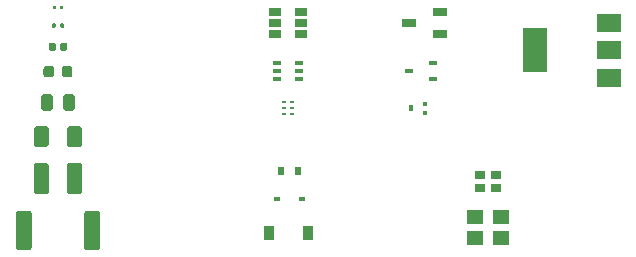
<source format=gtp>
G04 #@! TF.GenerationSoftware,KiCad,Pcbnew,(5.1.5)-3*
G04 #@! TF.CreationDate,2020-07-10T10:41:28+02:00*
G04 #@! TF.ProjectId,pcb_ruler,7063625f-7275-46c6-9572-2e6b69636164,rev?*
G04 #@! TF.SameCoordinates,Original*
G04 #@! TF.FileFunction,Paste,Top*
G04 #@! TF.FilePolarity,Positive*
%FSLAX46Y46*%
G04 Gerber Fmt 4.6, Leading zero omitted, Abs format (unit mm)*
G04 Created by KiCad (PCBNEW (5.1.5)-3) date 2020-07-10 10:41:28*
%MOMM*%
%LPD*%
G04 APERTURE LIST*
%ADD10R,1.400000X1.200000*%
%ADD11R,0.900000X0.800000*%
%ADD12R,0.330000X0.270000*%
%ADD13R,0.450000X0.500000*%
%ADD14R,0.450000X0.400000*%
%ADD15R,0.600000X0.700000*%
%ADD16R,0.600000X0.450000*%
%ADD17R,0.900000X1.200000*%
%ADD18R,2.000000X1.500000*%
%ADD19R,2.000000X3.800000*%
%ADD20R,0.700000X0.450000*%
%ADD21R,0.650000X0.400000*%
%ADD22R,1.060000X0.650000*%
%ADD23R,1.220000X0.650000*%
%ADD24C,0.100000*%
G04 APERTURE END LIST*
D10*
X182300000Y-130350000D03*
X184500000Y-130350000D03*
X184500000Y-132050000D03*
X182300000Y-132050000D03*
D11*
X182700000Y-126750000D03*
X184100000Y-126750000D03*
X184100000Y-127850000D03*
X182700000Y-127850000D03*
D12*
X166840000Y-120600000D03*
X166840000Y-121100000D03*
X166840000Y-121600000D03*
X166160000Y-121600000D03*
X166160000Y-121100000D03*
X166160000Y-120600000D03*
D13*
X176925000Y-121100000D03*
D14*
X178075000Y-120700000D03*
X178075000Y-121500000D03*
D15*
X165900000Y-126400000D03*
X167300000Y-126400000D03*
D16*
X167650000Y-128800000D03*
X165550000Y-128800000D03*
D17*
X168150000Y-131700000D03*
X164850000Y-131700000D03*
D18*
X193650000Y-118500000D03*
X193650000Y-113900000D03*
X193650000Y-116200000D03*
D19*
X187350000Y-116200000D03*
D20*
X176750000Y-117950000D03*
X178750000Y-117300000D03*
X178750000Y-118600000D03*
D21*
X167450000Y-117300000D03*
X167450000Y-118600000D03*
X165550000Y-117950000D03*
X167450000Y-117950000D03*
X165550000Y-118600000D03*
X165550000Y-117300000D03*
D22*
X167600000Y-113900000D03*
X167600000Y-112950000D03*
X167600000Y-114850000D03*
X165400000Y-114850000D03*
X165400000Y-113900000D03*
X165400000Y-112950000D03*
D23*
X176690000Y-113900000D03*
X179310000Y-112950000D03*
X179310000Y-114850000D03*
D24*
G36*
X148205142Y-119901174D02*
G01*
X148228803Y-119904684D01*
X148252007Y-119910496D01*
X148274529Y-119918554D01*
X148296153Y-119928782D01*
X148316670Y-119941079D01*
X148335883Y-119955329D01*
X148353607Y-119971393D01*
X148369671Y-119989117D01*
X148383921Y-120008330D01*
X148396218Y-120028847D01*
X148406446Y-120050471D01*
X148414504Y-120072993D01*
X148420316Y-120096197D01*
X148423826Y-120119858D01*
X148425000Y-120143750D01*
X148425000Y-121056250D01*
X148423826Y-121080142D01*
X148420316Y-121103803D01*
X148414504Y-121127007D01*
X148406446Y-121149529D01*
X148396218Y-121171153D01*
X148383921Y-121191670D01*
X148369671Y-121210883D01*
X148353607Y-121228607D01*
X148335883Y-121244671D01*
X148316670Y-121258921D01*
X148296153Y-121271218D01*
X148274529Y-121281446D01*
X148252007Y-121289504D01*
X148228803Y-121295316D01*
X148205142Y-121298826D01*
X148181250Y-121300000D01*
X147693750Y-121300000D01*
X147669858Y-121298826D01*
X147646197Y-121295316D01*
X147622993Y-121289504D01*
X147600471Y-121281446D01*
X147578847Y-121271218D01*
X147558330Y-121258921D01*
X147539117Y-121244671D01*
X147521393Y-121228607D01*
X147505329Y-121210883D01*
X147491079Y-121191670D01*
X147478782Y-121171153D01*
X147468554Y-121149529D01*
X147460496Y-121127007D01*
X147454684Y-121103803D01*
X147451174Y-121080142D01*
X147450000Y-121056250D01*
X147450000Y-120143750D01*
X147451174Y-120119858D01*
X147454684Y-120096197D01*
X147460496Y-120072993D01*
X147468554Y-120050471D01*
X147478782Y-120028847D01*
X147491079Y-120008330D01*
X147505329Y-119989117D01*
X147521393Y-119971393D01*
X147539117Y-119955329D01*
X147558330Y-119941079D01*
X147578847Y-119928782D01*
X147600471Y-119918554D01*
X147622993Y-119910496D01*
X147646197Y-119904684D01*
X147669858Y-119901174D01*
X147693750Y-119900000D01*
X148181250Y-119900000D01*
X148205142Y-119901174D01*
G37*
G36*
X146330142Y-119901174D02*
G01*
X146353803Y-119904684D01*
X146377007Y-119910496D01*
X146399529Y-119918554D01*
X146421153Y-119928782D01*
X146441670Y-119941079D01*
X146460883Y-119955329D01*
X146478607Y-119971393D01*
X146494671Y-119989117D01*
X146508921Y-120008330D01*
X146521218Y-120028847D01*
X146531446Y-120050471D01*
X146539504Y-120072993D01*
X146545316Y-120096197D01*
X146548826Y-120119858D01*
X146550000Y-120143750D01*
X146550000Y-121056250D01*
X146548826Y-121080142D01*
X146545316Y-121103803D01*
X146539504Y-121127007D01*
X146531446Y-121149529D01*
X146521218Y-121171153D01*
X146508921Y-121191670D01*
X146494671Y-121210883D01*
X146478607Y-121228607D01*
X146460883Y-121244671D01*
X146441670Y-121258921D01*
X146421153Y-121271218D01*
X146399529Y-121281446D01*
X146377007Y-121289504D01*
X146353803Y-121295316D01*
X146330142Y-121298826D01*
X146306250Y-121300000D01*
X145818750Y-121300000D01*
X145794858Y-121298826D01*
X145771197Y-121295316D01*
X145747993Y-121289504D01*
X145725471Y-121281446D01*
X145703847Y-121271218D01*
X145683330Y-121258921D01*
X145664117Y-121244671D01*
X145646393Y-121228607D01*
X145630329Y-121210883D01*
X145616079Y-121191670D01*
X145603782Y-121171153D01*
X145593554Y-121149529D01*
X145585496Y-121127007D01*
X145579684Y-121103803D01*
X145576174Y-121080142D01*
X145575000Y-121056250D01*
X145575000Y-120143750D01*
X145576174Y-120119858D01*
X145579684Y-120096197D01*
X145585496Y-120072993D01*
X145593554Y-120050471D01*
X145603782Y-120028847D01*
X145616079Y-120008330D01*
X145630329Y-119989117D01*
X145646393Y-119971393D01*
X145664117Y-119955329D01*
X145683330Y-119941079D01*
X145703847Y-119928782D01*
X145725471Y-119918554D01*
X145747993Y-119910496D01*
X145771197Y-119904684D01*
X145794858Y-119901174D01*
X145818750Y-119900000D01*
X146306250Y-119900000D01*
X146330142Y-119901174D01*
G37*
G36*
X148799504Y-122626204D02*
G01*
X148823773Y-122629804D01*
X148847571Y-122635765D01*
X148870671Y-122644030D01*
X148892849Y-122654520D01*
X148913893Y-122667133D01*
X148933598Y-122681747D01*
X148951777Y-122698223D01*
X148968253Y-122716402D01*
X148982867Y-122736107D01*
X148995480Y-122757151D01*
X149005970Y-122779329D01*
X149014235Y-122802429D01*
X149020196Y-122826227D01*
X149023796Y-122850496D01*
X149025000Y-122875000D01*
X149025000Y-124125000D01*
X149023796Y-124149504D01*
X149020196Y-124173773D01*
X149014235Y-124197571D01*
X149005970Y-124220671D01*
X148995480Y-124242849D01*
X148982867Y-124263893D01*
X148968253Y-124283598D01*
X148951777Y-124301777D01*
X148933598Y-124318253D01*
X148913893Y-124332867D01*
X148892849Y-124345480D01*
X148870671Y-124355970D01*
X148847571Y-124364235D01*
X148823773Y-124370196D01*
X148799504Y-124373796D01*
X148775000Y-124375000D01*
X148025000Y-124375000D01*
X148000496Y-124373796D01*
X147976227Y-124370196D01*
X147952429Y-124364235D01*
X147929329Y-124355970D01*
X147907151Y-124345480D01*
X147886107Y-124332867D01*
X147866402Y-124318253D01*
X147848223Y-124301777D01*
X147831747Y-124283598D01*
X147817133Y-124263893D01*
X147804520Y-124242849D01*
X147794030Y-124220671D01*
X147785765Y-124197571D01*
X147779804Y-124173773D01*
X147776204Y-124149504D01*
X147775000Y-124125000D01*
X147775000Y-122875000D01*
X147776204Y-122850496D01*
X147779804Y-122826227D01*
X147785765Y-122802429D01*
X147794030Y-122779329D01*
X147804520Y-122757151D01*
X147817133Y-122736107D01*
X147831747Y-122716402D01*
X147848223Y-122698223D01*
X147866402Y-122681747D01*
X147886107Y-122667133D01*
X147907151Y-122654520D01*
X147929329Y-122644030D01*
X147952429Y-122635765D01*
X147976227Y-122629804D01*
X148000496Y-122626204D01*
X148025000Y-122625000D01*
X148775000Y-122625000D01*
X148799504Y-122626204D01*
G37*
G36*
X145999504Y-122626204D02*
G01*
X146023773Y-122629804D01*
X146047571Y-122635765D01*
X146070671Y-122644030D01*
X146092849Y-122654520D01*
X146113893Y-122667133D01*
X146133598Y-122681747D01*
X146151777Y-122698223D01*
X146168253Y-122716402D01*
X146182867Y-122736107D01*
X146195480Y-122757151D01*
X146205970Y-122779329D01*
X146214235Y-122802429D01*
X146220196Y-122826227D01*
X146223796Y-122850496D01*
X146225000Y-122875000D01*
X146225000Y-124125000D01*
X146223796Y-124149504D01*
X146220196Y-124173773D01*
X146214235Y-124197571D01*
X146205970Y-124220671D01*
X146195480Y-124242849D01*
X146182867Y-124263893D01*
X146168253Y-124283598D01*
X146151777Y-124301777D01*
X146133598Y-124318253D01*
X146113893Y-124332867D01*
X146092849Y-124345480D01*
X146070671Y-124355970D01*
X146047571Y-124364235D01*
X146023773Y-124370196D01*
X145999504Y-124373796D01*
X145975000Y-124375000D01*
X145225000Y-124375000D01*
X145200496Y-124373796D01*
X145176227Y-124370196D01*
X145152429Y-124364235D01*
X145129329Y-124355970D01*
X145107151Y-124345480D01*
X145086107Y-124332867D01*
X145066402Y-124318253D01*
X145048223Y-124301777D01*
X145031747Y-124283598D01*
X145017133Y-124263893D01*
X145004520Y-124242849D01*
X144994030Y-124220671D01*
X144985765Y-124197571D01*
X144979804Y-124173773D01*
X144976204Y-124149504D01*
X144975000Y-124125000D01*
X144975000Y-122875000D01*
X144976204Y-122850496D01*
X144979804Y-122826227D01*
X144985765Y-122802429D01*
X144994030Y-122779329D01*
X145004520Y-122757151D01*
X145017133Y-122736107D01*
X145031747Y-122716402D01*
X145048223Y-122698223D01*
X145066402Y-122681747D01*
X145086107Y-122667133D01*
X145107151Y-122654520D01*
X145129329Y-122644030D01*
X145152429Y-122635765D01*
X145176227Y-122629804D01*
X145200496Y-122626204D01*
X145225000Y-122625000D01*
X145975000Y-122625000D01*
X145999504Y-122626204D01*
G37*
G36*
X150349505Y-129776204D02*
G01*
X150373773Y-129779804D01*
X150397572Y-129785765D01*
X150420671Y-129794030D01*
X150442850Y-129804520D01*
X150463893Y-129817132D01*
X150483599Y-129831747D01*
X150501777Y-129848223D01*
X150518253Y-129866401D01*
X150532868Y-129886107D01*
X150545480Y-129907150D01*
X150555970Y-129929329D01*
X150564235Y-129952428D01*
X150570196Y-129976227D01*
X150573796Y-130000495D01*
X150575000Y-130024999D01*
X150575000Y-132875001D01*
X150573796Y-132899505D01*
X150570196Y-132923773D01*
X150564235Y-132947572D01*
X150555970Y-132970671D01*
X150545480Y-132992850D01*
X150532868Y-133013893D01*
X150518253Y-133033599D01*
X150501777Y-133051777D01*
X150483599Y-133068253D01*
X150463893Y-133082868D01*
X150442850Y-133095480D01*
X150420671Y-133105970D01*
X150397572Y-133114235D01*
X150373773Y-133120196D01*
X150349505Y-133123796D01*
X150325001Y-133125000D01*
X149474999Y-133125000D01*
X149450495Y-133123796D01*
X149426227Y-133120196D01*
X149402428Y-133114235D01*
X149379329Y-133105970D01*
X149357150Y-133095480D01*
X149336107Y-133082868D01*
X149316401Y-133068253D01*
X149298223Y-133051777D01*
X149281747Y-133033599D01*
X149267132Y-133013893D01*
X149254520Y-132992850D01*
X149244030Y-132970671D01*
X149235765Y-132947572D01*
X149229804Y-132923773D01*
X149226204Y-132899505D01*
X149225000Y-132875001D01*
X149225000Y-130024999D01*
X149226204Y-130000495D01*
X149229804Y-129976227D01*
X149235765Y-129952428D01*
X149244030Y-129929329D01*
X149254520Y-129907150D01*
X149267132Y-129886107D01*
X149281747Y-129866401D01*
X149298223Y-129848223D01*
X149316401Y-129831747D01*
X149336107Y-129817132D01*
X149357150Y-129804520D01*
X149379329Y-129794030D01*
X149402428Y-129785765D01*
X149426227Y-129779804D01*
X149450495Y-129776204D01*
X149474999Y-129775000D01*
X150325001Y-129775000D01*
X150349505Y-129776204D01*
G37*
G36*
X144549505Y-129776204D02*
G01*
X144573773Y-129779804D01*
X144597572Y-129785765D01*
X144620671Y-129794030D01*
X144642850Y-129804520D01*
X144663893Y-129817132D01*
X144683599Y-129831747D01*
X144701777Y-129848223D01*
X144718253Y-129866401D01*
X144732868Y-129886107D01*
X144745480Y-129907150D01*
X144755970Y-129929329D01*
X144764235Y-129952428D01*
X144770196Y-129976227D01*
X144773796Y-130000495D01*
X144775000Y-130024999D01*
X144775000Y-132875001D01*
X144773796Y-132899505D01*
X144770196Y-132923773D01*
X144764235Y-132947572D01*
X144755970Y-132970671D01*
X144745480Y-132992850D01*
X144732868Y-133013893D01*
X144718253Y-133033599D01*
X144701777Y-133051777D01*
X144683599Y-133068253D01*
X144663893Y-133082868D01*
X144642850Y-133095480D01*
X144620671Y-133105970D01*
X144597572Y-133114235D01*
X144573773Y-133120196D01*
X144549505Y-133123796D01*
X144525001Y-133125000D01*
X143674999Y-133125000D01*
X143650495Y-133123796D01*
X143626227Y-133120196D01*
X143602428Y-133114235D01*
X143579329Y-133105970D01*
X143557150Y-133095480D01*
X143536107Y-133082868D01*
X143516401Y-133068253D01*
X143498223Y-133051777D01*
X143481747Y-133033599D01*
X143467132Y-133013893D01*
X143454520Y-132992850D01*
X143444030Y-132970671D01*
X143435765Y-132947572D01*
X143429804Y-132923773D01*
X143426204Y-132899505D01*
X143425000Y-132875001D01*
X143425000Y-130024999D01*
X143426204Y-130000495D01*
X143429804Y-129976227D01*
X143435765Y-129952428D01*
X143444030Y-129929329D01*
X143454520Y-129907150D01*
X143467132Y-129886107D01*
X143481747Y-129866401D01*
X143498223Y-129848223D01*
X143516401Y-129831747D01*
X143536107Y-129817132D01*
X143557150Y-129804520D01*
X143579329Y-129794030D01*
X143602428Y-129785765D01*
X143626227Y-129779804D01*
X143650495Y-129776204D01*
X143674999Y-129775000D01*
X144525001Y-129775000D01*
X144549505Y-129776204D01*
G37*
G36*
X148799504Y-125726204D02*
G01*
X148823773Y-125729804D01*
X148847571Y-125735765D01*
X148870671Y-125744030D01*
X148892849Y-125754520D01*
X148913893Y-125767133D01*
X148933598Y-125781747D01*
X148951777Y-125798223D01*
X148968253Y-125816402D01*
X148982867Y-125836107D01*
X148995480Y-125857151D01*
X149005970Y-125879329D01*
X149014235Y-125902429D01*
X149020196Y-125926227D01*
X149023796Y-125950496D01*
X149025000Y-125975000D01*
X149025000Y-128125000D01*
X149023796Y-128149504D01*
X149020196Y-128173773D01*
X149014235Y-128197571D01*
X149005970Y-128220671D01*
X148995480Y-128242849D01*
X148982867Y-128263893D01*
X148968253Y-128283598D01*
X148951777Y-128301777D01*
X148933598Y-128318253D01*
X148913893Y-128332867D01*
X148892849Y-128345480D01*
X148870671Y-128355970D01*
X148847571Y-128364235D01*
X148823773Y-128370196D01*
X148799504Y-128373796D01*
X148775000Y-128375000D01*
X148025000Y-128375000D01*
X148000496Y-128373796D01*
X147976227Y-128370196D01*
X147952429Y-128364235D01*
X147929329Y-128355970D01*
X147907151Y-128345480D01*
X147886107Y-128332867D01*
X147866402Y-128318253D01*
X147848223Y-128301777D01*
X147831747Y-128283598D01*
X147817133Y-128263893D01*
X147804520Y-128242849D01*
X147794030Y-128220671D01*
X147785765Y-128197571D01*
X147779804Y-128173773D01*
X147776204Y-128149504D01*
X147775000Y-128125000D01*
X147775000Y-125975000D01*
X147776204Y-125950496D01*
X147779804Y-125926227D01*
X147785765Y-125902429D01*
X147794030Y-125879329D01*
X147804520Y-125857151D01*
X147817133Y-125836107D01*
X147831747Y-125816402D01*
X147848223Y-125798223D01*
X147866402Y-125781747D01*
X147886107Y-125767133D01*
X147907151Y-125754520D01*
X147929329Y-125744030D01*
X147952429Y-125735765D01*
X147976227Y-125729804D01*
X148000496Y-125726204D01*
X148025000Y-125725000D01*
X148775000Y-125725000D01*
X148799504Y-125726204D01*
G37*
G36*
X145999504Y-125726204D02*
G01*
X146023773Y-125729804D01*
X146047571Y-125735765D01*
X146070671Y-125744030D01*
X146092849Y-125754520D01*
X146113893Y-125767133D01*
X146133598Y-125781747D01*
X146151777Y-125798223D01*
X146168253Y-125816402D01*
X146182867Y-125836107D01*
X146195480Y-125857151D01*
X146205970Y-125879329D01*
X146214235Y-125902429D01*
X146220196Y-125926227D01*
X146223796Y-125950496D01*
X146225000Y-125975000D01*
X146225000Y-128125000D01*
X146223796Y-128149504D01*
X146220196Y-128173773D01*
X146214235Y-128197571D01*
X146205970Y-128220671D01*
X146195480Y-128242849D01*
X146182867Y-128263893D01*
X146168253Y-128283598D01*
X146151777Y-128301777D01*
X146133598Y-128318253D01*
X146113893Y-128332867D01*
X146092849Y-128345480D01*
X146070671Y-128355970D01*
X146047571Y-128364235D01*
X146023773Y-128370196D01*
X145999504Y-128373796D01*
X145975000Y-128375000D01*
X145225000Y-128375000D01*
X145200496Y-128373796D01*
X145176227Y-128370196D01*
X145152429Y-128364235D01*
X145129329Y-128355970D01*
X145107151Y-128345480D01*
X145086107Y-128332867D01*
X145066402Y-128318253D01*
X145048223Y-128301777D01*
X145031747Y-128283598D01*
X145017133Y-128263893D01*
X145004520Y-128242849D01*
X144994030Y-128220671D01*
X144985765Y-128197571D01*
X144979804Y-128173773D01*
X144976204Y-128149504D01*
X144975000Y-128125000D01*
X144975000Y-125975000D01*
X144976204Y-125950496D01*
X144979804Y-125926227D01*
X144985765Y-125902429D01*
X144994030Y-125879329D01*
X145004520Y-125857151D01*
X145017133Y-125836107D01*
X145031747Y-125816402D01*
X145048223Y-125798223D01*
X145066402Y-125781747D01*
X145086107Y-125767133D01*
X145107151Y-125754520D01*
X145129329Y-125744030D01*
X145152429Y-125735765D01*
X145176227Y-125729804D01*
X145200496Y-125726204D01*
X145225000Y-125725000D01*
X145975000Y-125725000D01*
X145999504Y-125726204D01*
G37*
G36*
X148027691Y-117526053D02*
G01*
X148048926Y-117529203D01*
X148069750Y-117534419D01*
X148089962Y-117541651D01*
X148109368Y-117550830D01*
X148127781Y-117561866D01*
X148145024Y-117574654D01*
X148160930Y-117589070D01*
X148175346Y-117604976D01*
X148188134Y-117622219D01*
X148199170Y-117640632D01*
X148208349Y-117660038D01*
X148215581Y-117680250D01*
X148220797Y-117701074D01*
X148223947Y-117722309D01*
X148225000Y-117743750D01*
X148225000Y-118256250D01*
X148223947Y-118277691D01*
X148220797Y-118298926D01*
X148215581Y-118319750D01*
X148208349Y-118339962D01*
X148199170Y-118359368D01*
X148188134Y-118377781D01*
X148175346Y-118395024D01*
X148160930Y-118410930D01*
X148145024Y-118425346D01*
X148127781Y-118438134D01*
X148109368Y-118449170D01*
X148089962Y-118458349D01*
X148069750Y-118465581D01*
X148048926Y-118470797D01*
X148027691Y-118473947D01*
X148006250Y-118475000D01*
X147568750Y-118475000D01*
X147547309Y-118473947D01*
X147526074Y-118470797D01*
X147505250Y-118465581D01*
X147485038Y-118458349D01*
X147465632Y-118449170D01*
X147447219Y-118438134D01*
X147429976Y-118425346D01*
X147414070Y-118410930D01*
X147399654Y-118395024D01*
X147386866Y-118377781D01*
X147375830Y-118359368D01*
X147366651Y-118339962D01*
X147359419Y-118319750D01*
X147354203Y-118298926D01*
X147351053Y-118277691D01*
X147350000Y-118256250D01*
X147350000Y-117743750D01*
X147351053Y-117722309D01*
X147354203Y-117701074D01*
X147359419Y-117680250D01*
X147366651Y-117660038D01*
X147375830Y-117640632D01*
X147386866Y-117622219D01*
X147399654Y-117604976D01*
X147414070Y-117589070D01*
X147429976Y-117574654D01*
X147447219Y-117561866D01*
X147465632Y-117550830D01*
X147485038Y-117541651D01*
X147505250Y-117534419D01*
X147526074Y-117529203D01*
X147547309Y-117526053D01*
X147568750Y-117525000D01*
X148006250Y-117525000D01*
X148027691Y-117526053D01*
G37*
G36*
X146452691Y-117526053D02*
G01*
X146473926Y-117529203D01*
X146494750Y-117534419D01*
X146514962Y-117541651D01*
X146534368Y-117550830D01*
X146552781Y-117561866D01*
X146570024Y-117574654D01*
X146585930Y-117589070D01*
X146600346Y-117604976D01*
X146613134Y-117622219D01*
X146624170Y-117640632D01*
X146633349Y-117660038D01*
X146640581Y-117680250D01*
X146645797Y-117701074D01*
X146648947Y-117722309D01*
X146650000Y-117743750D01*
X146650000Y-118256250D01*
X146648947Y-118277691D01*
X146645797Y-118298926D01*
X146640581Y-118319750D01*
X146633349Y-118339962D01*
X146624170Y-118359368D01*
X146613134Y-118377781D01*
X146600346Y-118395024D01*
X146585930Y-118410930D01*
X146570024Y-118425346D01*
X146552781Y-118438134D01*
X146534368Y-118449170D01*
X146514962Y-118458349D01*
X146494750Y-118465581D01*
X146473926Y-118470797D01*
X146452691Y-118473947D01*
X146431250Y-118475000D01*
X145993750Y-118475000D01*
X145972309Y-118473947D01*
X145951074Y-118470797D01*
X145930250Y-118465581D01*
X145910038Y-118458349D01*
X145890632Y-118449170D01*
X145872219Y-118438134D01*
X145854976Y-118425346D01*
X145839070Y-118410930D01*
X145824654Y-118395024D01*
X145811866Y-118377781D01*
X145800830Y-118359368D01*
X145791651Y-118339962D01*
X145784419Y-118319750D01*
X145779203Y-118298926D01*
X145776053Y-118277691D01*
X145775000Y-118256250D01*
X145775000Y-117743750D01*
X145776053Y-117722309D01*
X145779203Y-117701074D01*
X145784419Y-117680250D01*
X145791651Y-117660038D01*
X145800830Y-117640632D01*
X145811866Y-117622219D01*
X145824654Y-117604976D01*
X145839070Y-117589070D01*
X145854976Y-117574654D01*
X145872219Y-117561866D01*
X145890632Y-117550830D01*
X145910038Y-117541651D01*
X145930250Y-117534419D01*
X145951074Y-117529203D01*
X145972309Y-117526053D01*
X145993750Y-117525000D01*
X146431250Y-117525000D01*
X146452691Y-117526053D01*
G37*
G36*
X147349116Y-112465325D02*
G01*
X147355669Y-112466297D01*
X147362094Y-112467907D01*
X147368331Y-112470138D01*
X147374319Y-112472970D01*
X147380001Y-112476376D01*
X147385322Y-112480322D01*
X147390230Y-112484770D01*
X147394678Y-112489678D01*
X147398624Y-112494999D01*
X147402030Y-112500681D01*
X147404862Y-112506669D01*
X147407093Y-112512906D01*
X147408703Y-112519331D01*
X147409675Y-112525884D01*
X147410000Y-112532500D01*
X147410000Y-112667500D01*
X147409675Y-112674116D01*
X147408703Y-112680669D01*
X147407093Y-112687094D01*
X147404862Y-112693331D01*
X147402030Y-112699319D01*
X147398624Y-112705001D01*
X147394678Y-112710322D01*
X147390230Y-112715230D01*
X147385322Y-112719678D01*
X147380001Y-112723624D01*
X147374319Y-112727030D01*
X147368331Y-112729862D01*
X147362094Y-112732093D01*
X147355669Y-112733703D01*
X147349116Y-112734675D01*
X147342500Y-112735000D01*
X147207500Y-112735000D01*
X147200884Y-112734675D01*
X147194331Y-112733703D01*
X147187906Y-112732093D01*
X147181669Y-112729862D01*
X147175681Y-112727030D01*
X147169999Y-112723624D01*
X147164678Y-112719678D01*
X147159770Y-112715230D01*
X147155322Y-112710322D01*
X147151376Y-112705001D01*
X147147970Y-112699319D01*
X147145138Y-112693331D01*
X147142907Y-112687094D01*
X147141297Y-112680669D01*
X147140325Y-112674116D01*
X147140000Y-112667500D01*
X147140000Y-112532500D01*
X147140325Y-112525884D01*
X147141297Y-112519331D01*
X147142907Y-112512906D01*
X147145138Y-112506669D01*
X147147970Y-112500681D01*
X147151376Y-112494999D01*
X147155322Y-112489678D01*
X147159770Y-112484770D01*
X147164678Y-112480322D01*
X147169999Y-112476376D01*
X147175681Y-112472970D01*
X147181669Y-112470138D01*
X147187906Y-112467907D01*
X147194331Y-112466297D01*
X147200884Y-112465325D01*
X147207500Y-112465000D01*
X147342500Y-112465000D01*
X147349116Y-112465325D01*
G37*
G36*
X146799116Y-112465325D02*
G01*
X146805669Y-112466297D01*
X146812094Y-112467907D01*
X146818331Y-112470138D01*
X146824319Y-112472970D01*
X146830001Y-112476376D01*
X146835322Y-112480322D01*
X146840230Y-112484770D01*
X146844678Y-112489678D01*
X146848624Y-112494999D01*
X146852030Y-112500681D01*
X146854862Y-112506669D01*
X146857093Y-112512906D01*
X146858703Y-112519331D01*
X146859675Y-112525884D01*
X146860000Y-112532500D01*
X146860000Y-112667500D01*
X146859675Y-112674116D01*
X146858703Y-112680669D01*
X146857093Y-112687094D01*
X146854862Y-112693331D01*
X146852030Y-112699319D01*
X146848624Y-112705001D01*
X146844678Y-112710322D01*
X146840230Y-112715230D01*
X146835322Y-112719678D01*
X146830001Y-112723624D01*
X146824319Y-112727030D01*
X146818331Y-112729862D01*
X146812094Y-112732093D01*
X146805669Y-112733703D01*
X146799116Y-112734675D01*
X146792500Y-112735000D01*
X146657500Y-112735000D01*
X146650884Y-112734675D01*
X146644331Y-112733703D01*
X146637906Y-112732093D01*
X146631669Y-112729862D01*
X146625681Y-112727030D01*
X146619999Y-112723624D01*
X146614678Y-112719678D01*
X146609770Y-112715230D01*
X146605322Y-112710322D01*
X146601376Y-112705001D01*
X146597970Y-112699319D01*
X146595138Y-112693331D01*
X146592907Y-112687094D01*
X146591297Y-112680669D01*
X146590325Y-112674116D01*
X146590000Y-112667500D01*
X146590000Y-112532500D01*
X146590325Y-112525884D01*
X146591297Y-112519331D01*
X146592907Y-112512906D01*
X146595138Y-112506669D01*
X146597970Y-112500681D01*
X146601376Y-112494999D01*
X146605322Y-112489678D01*
X146609770Y-112484770D01*
X146614678Y-112480322D01*
X146619999Y-112476376D01*
X146625681Y-112472970D01*
X146631669Y-112470138D01*
X146637906Y-112467907D01*
X146644331Y-112466297D01*
X146650884Y-112465325D01*
X146657500Y-112465000D01*
X146792500Y-112465000D01*
X146799116Y-112465325D01*
G37*
G36*
X147646958Y-115580710D02*
G01*
X147661276Y-115582834D01*
X147675317Y-115586351D01*
X147688946Y-115591228D01*
X147702031Y-115597417D01*
X147714447Y-115604858D01*
X147726073Y-115613481D01*
X147736798Y-115623202D01*
X147746519Y-115633927D01*
X147755142Y-115645553D01*
X147762583Y-115657969D01*
X147768772Y-115671054D01*
X147773649Y-115684683D01*
X147777166Y-115698724D01*
X147779290Y-115713042D01*
X147780000Y-115727500D01*
X147780000Y-116072500D01*
X147779290Y-116086958D01*
X147777166Y-116101276D01*
X147773649Y-116115317D01*
X147768772Y-116128946D01*
X147762583Y-116142031D01*
X147755142Y-116154447D01*
X147746519Y-116166073D01*
X147736798Y-116176798D01*
X147726073Y-116186519D01*
X147714447Y-116195142D01*
X147702031Y-116202583D01*
X147688946Y-116208772D01*
X147675317Y-116213649D01*
X147661276Y-116217166D01*
X147646958Y-116219290D01*
X147632500Y-116220000D01*
X147337500Y-116220000D01*
X147323042Y-116219290D01*
X147308724Y-116217166D01*
X147294683Y-116213649D01*
X147281054Y-116208772D01*
X147267969Y-116202583D01*
X147255553Y-116195142D01*
X147243927Y-116186519D01*
X147233202Y-116176798D01*
X147223481Y-116166073D01*
X147214858Y-116154447D01*
X147207417Y-116142031D01*
X147201228Y-116128946D01*
X147196351Y-116115317D01*
X147192834Y-116101276D01*
X147190710Y-116086958D01*
X147190000Y-116072500D01*
X147190000Y-115727500D01*
X147190710Y-115713042D01*
X147192834Y-115698724D01*
X147196351Y-115684683D01*
X147201228Y-115671054D01*
X147207417Y-115657969D01*
X147214858Y-115645553D01*
X147223481Y-115633927D01*
X147233202Y-115623202D01*
X147243927Y-115613481D01*
X147255553Y-115604858D01*
X147267969Y-115597417D01*
X147281054Y-115591228D01*
X147294683Y-115586351D01*
X147308724Y-115582834D01*
X147323042Y-115580710D01*
X147337500Y-115580000D01*
X147632500Y-115580000D01*
X147646958Y-115580710D01*
G37*
G36*
X146676958Y-115580710D02*
G01*
X146691276Y-115582834D01*
X146705317Y-115586351D01*
X146718946Y-115591228D01*
X146732031Y-115597417D01*
X146744447Y-115604858D01*
X146756073Y-115613481D01*
X146766798Y-115623202D01*
X146776519Y-115633927D01*
X146785142Y-115645553D01*
X146792583Y-115657969D01*
X146798772Y-115671054D01*
X146803649Y-115684683D01*
X146807166Y-115698724D01*
X146809290Y-115713042D01*
X146810000Y-115727500D01*
X146810000Y-116072500D01*
X146809290Y-116086958D01*
X146807166Y-116101276D01*
X146803649Y-116115317D01*
X146798772Y-116128946D01*
X146792583Y-116142031D01*
X146785142Y-116154447D01*
X146776519Y-116166073D01*
X146766798Y-116176798D01*
X146756073Y-116186519D01*
X146744447Y-116195142D01*
X146732031Y-116202583D01*
X146718946Y-116208772D01*
X146705317Y-116213649D01*
X146691276Y-116217166D01*
X146676958Y-116219290D01*
X146662500Y-116220000D01*
X146367500Y-116220000D01*
X146353042Y-116219290D01*
X146338724Y-116217166D01*
X146324683Y-116213649D01*
X146311054Y-116208772D01*
X146297969Y-116202583D01*
X146285553Y-116195142D01*
X146273927Y-116186519D01*
X146263202Y-116176798D01*
X146253481Y-116166073D01*
X146244858Y-116154447D01*
X146237417Y-116142031D01*
X146231228Y-116128946D01*
X146226351Y-116115317D01*
X146222834Y-116101276D01*
X146220710Y-116086958D01*
X146220000Y-116072500D01*
X146220000Y-115727500D01*
X146220710Y-115713042D01*
X146222834Y-115698724D01*
X146226351Y-115684683D01*
X146231228Y-115671054D01*
X146237417Y-115657969D01*
X146244858Y-115645553D01*
X146253481Y-115633927D01*
X146263202Y-115623202D01*
X146273927Y-115613481D01*
X146285553Y-115604858D01*
X146297969Y-115597417D01*
X146311054Y-115591228D01*
X146324683Y-115586351D01*
X146338724Y-115582834D01*
X146353042Y-115580710D01*
X146367500Y-115580000D01*
X146662500Y-115580000D01*
X146676958Y-115580710D01*
G37*
G36*
X147432292Y-113920383D02*
G01*
X147440010Y-113921528D01*
X147447578Y-113923423D01*
X147454923Y-113926052D01*
X147461976Y-113929387D01*
X147468668Y-113933398D01*
X147474934Y-113938046D01*
X147480715Y-113943285D01*
X147485954Y-113949066D01*
X147490602Y-113955332D01*
X147494613Y-113962024D01*
X147497948Y-113969077D01*
X147500577Y-113976422D01*
X147502472Y-113983990D01*
X147503617Y-113991708D01*
X147504000Y-113999500D01*
X147504000Y-114200500D01*
X147503617Y-114208292D01*
X147502472Y-114216010D01*
X147500577Y-114223578D01*
X147497948Y-114230923D01*
X147494613Y-114237976D01*
X147490602Y-114244668D01*
X147485954Y-114250934D01*
X147480715Y-114256715D01*
X147474934Y-114261954D01*
X147468668Y-114266602D01*
X147461976Y-114270613D01*
X147454923Y-114273948D01*
X147447578Y-114276577D01*
X147440010Y-114278472D01*
X147432292Y-114279617D01*
X147424500Y-114280000D01*
X147265500Y-114280000D01*
X147257708Y-114279617D01*
X147249990Y-114278472D01*
X147242422Y-114276577D01*
X147235077Y-114273948D01*
X147228024Y-114270613D01*
X147221332Y-114266602D01*
X147215066Y-114261954D01*
X147209285Y-114256715D01*
X147204046Y-114250934D01*
X147199398Y-114244668D01*
X147195387Y-114237976D01*
X147192052Y-114230923D01*
X147189423Y-114223578D01*
X147187528Y-114216010D01*
X147186383Y-114208292D01*
X147186000Y-114200500D01*
X147186000Y-113999500D01*
X147186383Y-113991708D01*
X147187528Y-113983990D01*
X147189423Y-113976422D01*
X147192052Y-113969077D01*
X147195387Y-113962024D01*
X147199398Y-113955332D01*
X147204046Y-113949066D01*
X147209285Y-113943285D01*
X147215066Y-113938046D01*
X147221332Y-113933398D01*
X147228024Y-113929387D01*
X147235077Y-113926052D01*
X147242422Y-113923423D01*
X147249990Y-113921528D01*
X147257708Y-113920383D01*
X147265500Y-113920000D01*
X147424500Y-113920000D01*
X147432292Y-113920383D01*
G37*
G36*
X146742292Y-113920383D02*
G01*
X146750010Y-113921528D01*
X146757578Y-113923423D01*
X146764923Y-113926052D01*
X146771976Y-113929387D01*
X146778668Y-113933398D01*
X146784934Y-113938046D01*
X146790715Y-113943285D01*
X146795954Y-113949066D01*
X146800602Y-113955332D01*
X146804613Y-113962024D01*
X146807948Y-113969077D01*
X146810577Y-113976422D01*
X146812472Y-113983990D01*
X146813617Y-113991708D01*
X146814000Y-113999500D01*
X146814000Y-114200500D01*
X146813617Y-114208292D01*
X146812472Y-114216010D01*
X146810577Y-114223578D01*
X146807948Y-114230923D01*
X146804613Y-114237976D01*
X146800602Y-114244668D01*
X146795954Y-114250934D01*
X146790715Y-114256715D01*
X146784934Y-114261954D01*
X146778668Y-114266602D01*
X146771976Y-114270613D01*
X146764923Y-114273948D01*
X146757578Y-114276577D01*
X146750010Y-114278472D01*
X146742292Y-114279617D01*
X146734500Y-114280000D01*
X146575500Y-114280000D01*
X146567708Y-114279617D01*
X146559990Y-114278472D01*
X146552422Y-114276577D01*
X146545077Y-114273948D01*
X146538024Y-114270613D01*
X146531332Y-114266602D01*
X146525066Y-114261954D01*
X146519285Y-114256715D01*
X146514046Y-114250934D01*
X146509398Y-114244668D01*
X146505387Y-114237976D01*
X146502052Y-114230923D01*
X146499423Y-114223578D01*
X146497528Y-114216010D01*
X146496383Y-114208292D01*
X146496000Y-114200500D01*
X146496000Y-113999500D01*
X146496383Y-113991708D01*
X146497528Y-113983990D01*
X146499423Y-113976422D01*
X146502052Y-113969077D01*
X146505387Y-113962024D01*
X146509398Y-113955332D01*
X146514046Y-113949066D01*
X146519285Y-113943285D01*
X146525066Y-113938046D01*
X146531332Y-113933398D01*
X146538024Y-113929387D01*
X146545077Y-113926052D01*
X146552422Y-113923423D01*
X146559990Y-113921528D01*
X146567708Y-113920383D01*
X146575500Y-113920000D01*
X146734500Y-113920000D01*
X146742292Y-113920383D01*
G37*
M02*

</source>
